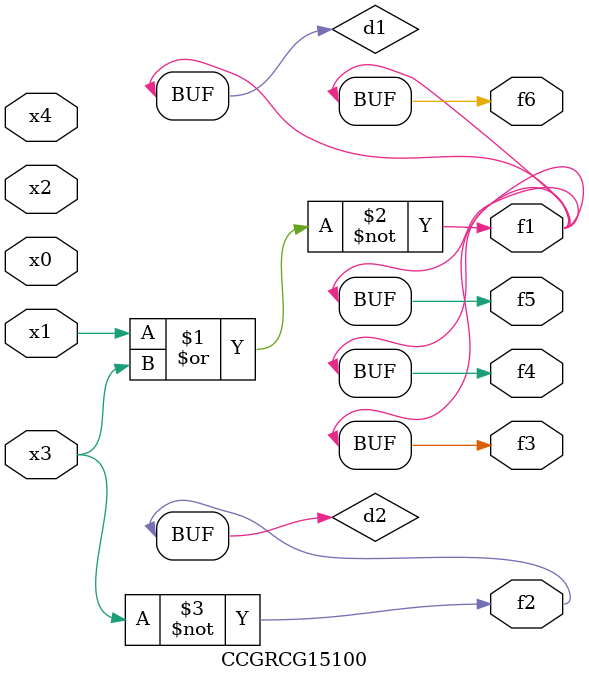
<source format=v>
module CCGRCG15100(
	input x0, x1, x2, x3, x4,
	output f1, f2, f3, f4, f5, f6
);

	wire d1, d2;

	nor (d1, x1, x3);
	not (d2, x3);
	assign f1 = d1;
	assign f2 = d2;
	assign f3 = d1;
	assign f4 = d1;
	assign f5 = d1;
	assign f6 = d1;
endmodule

</source>
